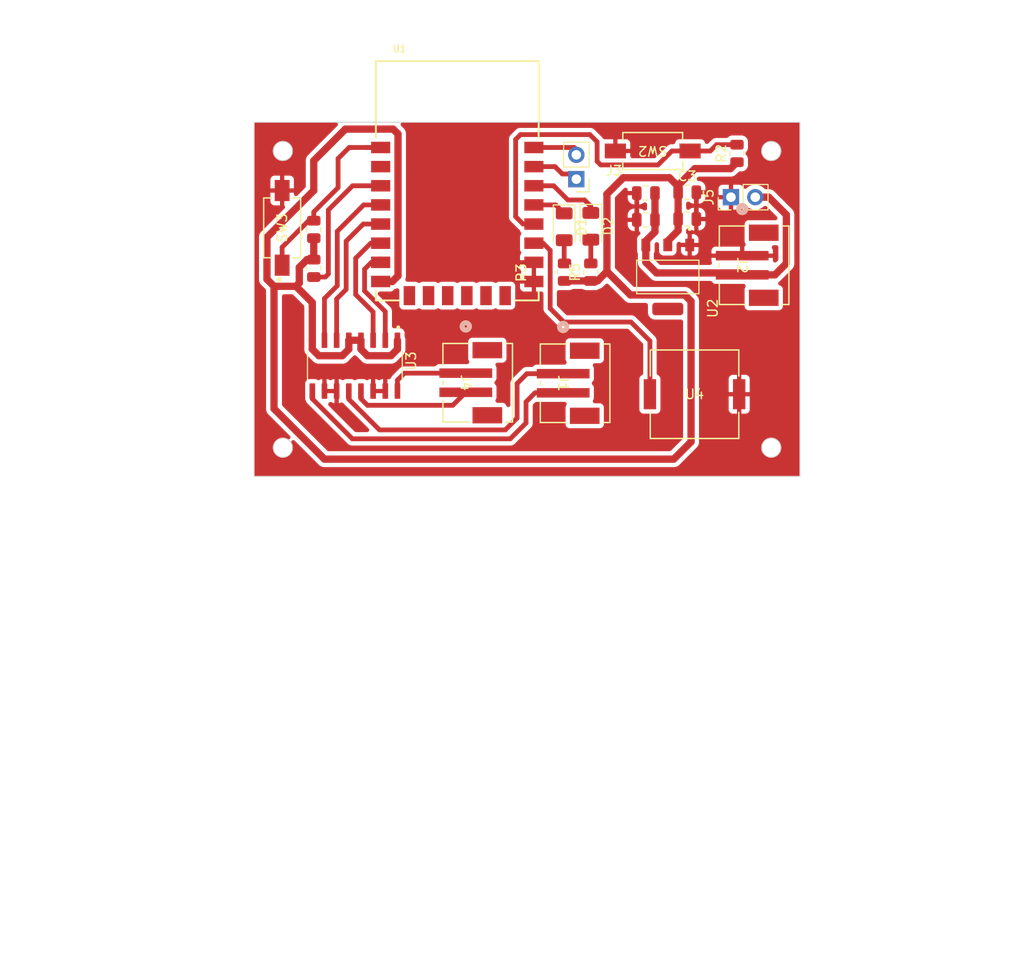
<source format=kicad_pcb>
(kicad_pcb (version 20221018) (generator pcbnew)
  (layers (0 "F.Cu" signal) (31 "B.Cu" signal) (44 "Edge.Cuts" user))
  (net 0 "")
  (net 1 "GND")
  (net 2 "VCC")
  (net 3 "/INL")
  (net 4 "Net-(J3-Pin_2)")
  (net 5 "/boot")
  (net 6 "Net-(U1-EN)")
  (net 14 "/VIN")
  (net 15 "/LED1")
  (net 16 "/RST")
  (net 17 "Net-(D1-A)")
  (net 18 "/LED2")
  (net 19 "Net-(D2-A)")
  (net 20 "/in2")
  (net 21 "/in1")
  (net 22 "/in4")
  (net 23 "/in3")
  (net 24 "/buzzer")
  (net 25 "Net-(U3A-OUTB2)")
  (net 26 "Net-(U3A-OUTA2)")
  (net 27 "Net-(U3A-OUTB1)")
  (net 28 "Net-(U3A-OUTA1)")
  (footprint "Capacitor_SMD:C_0805_2012Metric" (layer "F.Cu") (at 80.9098 32.4015)
    (fp_text reference "C2" hide)
    (fp_text value "C")
    (fp_line (start -0.261252 -0.735) (end 0.261252 -0.735) (stroke (width 0.12)) (layer "F.SilkS"))
    (fp_line (start -0.261252 0.735) (end 0.261252 0.735) (stroke (width 0.12)) (layer "F.SilkS"))
    (pad "1" smd roundrect (at -0.95 0) (size 1 1.45) (layers "F.Cu" "F.Paste" "F.Mask") (net 1 "GND"))
    (pad "2" smd roundrect (at 0.95 0) (size 1 1.45) (layers "F.Cu" "F.Paste" "F.Mask") (net 14 "/VIN"))
  )
  (footprint "esp_lib:ESP-12F" (layer "F.Cu") (at 61.214 31.115)
    (fp_text reference "U1" (at -6.03654 -13.788698) (layer "F.SilkS") (effects (font (size 0.700469 0.700469))))
    (fp_text value "ESP-12F")
    (fp_line (start -8.5 -12.5) (end -8.5 -4.5) (stroke (width 0.2)) (layer "F.SilkS"))
    (fp_line (start -8.5 -12.5) (end 8.5 -12.5) (stroke (width 0.2)) (layer "F.SilkS"))
    (fp_line (start -8.5 11.5) (end -8.5 12.5) (stroke (width 0.2)) (layer "F.SilkS"))
    (fp_line (start -8.5 12.5) (end -6 12.5) (stroke (width 0.2)) (layer "F.SilkS"))
    (fp_line (start 8.5 -12.5) (end 8.5 -4.5) (stroke (width 0.2)) (layer "F.SilkS"))
    (fp_line (start 8.5 12.5) (end 6 12.5) (stroke (width 0.2)) (layer "F.SilkS"))
    (fp_line (start 8.5 12.5) (end 8.5 11.5) (stroke (width 0.2)) (layer "F.SilkS"))
    (pad "1" smd rect (at -8 -3.48) (size 2 1.2) (layers "F.Cu" "F.Paste" "F.Mask") (net 16 "/RST"))
    (pad "2" smd rect (at -8 -1.48) (size 2 1.2) (layers "F.Cu" "F.Paste" "F.Mask"))
    (pad "3" smd rect (at -8 0.52) (size 2 1.2) (layers "F.Cu" "F.Paste" "F.Mask") (net 6 "Net-(U1-EN)"))
    (pad "4" smd rect (at -8 2.52) (size 2 1.2) (layers "F.Cu" "F.Paste" "F.Mask") (net 20 "/in2"))
    (pad "5" smd rect (at -8 4.52) (size 2 1.2) (layers "F.Cu" "F.Paste" "F.Mask") (net 21 "/in1"))
    (pad "6" smd rect (at -8 6.52) (size 2 1.2) (layers "F.Cu" "F.Paste" "F.Mask") (net 22 "/in4"))
    (pad "7" smd rect (at -8 8.52) (size 2 1.2) (layers "F.Cu" "F.Paste" "F.Mask") (net 23 "/in3"))
    (pad "8" smd rect (at -8 10.52) (size 2 1.2) (layers "F.Cu" "F.Paste" "F.Mask") (net 2 "VCC"))
    (pad "9" smd rect (at -5 12 90) (size 2 1.2) (layers "F.Cu" "F.Paste" "F.Mask"))
    (pad "10" smd rect (at -3 12 90) (size 2 1.2) (layers "F.Cu" "F.Paste" "F.Mask"))
    (pad "11" smd rect (at -1 12 90) (size 2 1.2) (layers "F.Cu" "F.Paste" "F.Mask"))
    (pad "12" smd rect (at 1 12 90) (size 2 1.2) (layers "F.Cu" "F.Paste" "F.Mask"))
    (pad "13" smd rect (at 3 12 90) (size 2 1.2) (layers "F.Cu" "F.Paste" "F.Mask"))
    (pad "14" smd rect (at 5 12 90) (size 2 1.2) (layers "F.Cu" "F.Paste" "F.Mask"))
    (pad "15" smd rect (at 8 10.52) (size 2 1.2) (layers "F.Cu" "F.Paste" "F.Mask") (net 1 "GND"))
    (pad "16" smd rect (at 8 8.52) (size 2 1.2) (layers "F.Cu" "F.Paste" "F.Mask") (net 1 "GND"))
    (pad "17" smd rect (at 8 6.52) (size 2 1.2) (layers "F.Cu" "F.Paste" "F.Mask") (net 24 "/buzzer"))
    (pad "18" smd rect (at 8 4.52) (size 2 1.2) (layers "F.Cu" "F.Paste" "F.Mask") (net 5 "/boot"))
    (pad "19" smd rect (at 8 2.52) (size 2 1.2) (layers "F.Cu" "F.Paste" "F.Mask") (net 15 "/LED1"))
    (pad "20" smd rect (at 8 0.52) (size 2 1.2) (layers "F.Cu" "F.Paste" "F.Mask") (net 18 "/LED2"))
    (pad "21" smd rect (at 8 -1.48) (size 2 1.2) (layers "F.Cu" "F.Paste" "F.Mask") (net 3 "/INL"))
    (pad "22" smd rect (at 8 -3.48) (size 2 1.2) (layers "F.Cu" "F.Paste" "F.Mask") (net 4 "Net-(J3-Pin_2)"))
  )
  (footprint "esp_lib:MX1508" (layer "F.Cu") (at 50.5206 50.431 -90)
    (fp_text reference "U3" (at -0.485 -5.872 -90) (layer "F.SilkS"))
    (fp_text value "MX1508")
    (fp_line (start -1.5 -4.95) (end 1.5 -4.95) (stroke (width 0.127)) (layer "F.SilkS"))
    (fp_line (start -1.5 4.95) (end 1.5 4.95) (stroke (width 0.127)) (layer "F.SilkS"))
    (fp_circle (center -4.011 -4.527) (end -3.911 -4.527) (stroke (width 0.2)) (fill none) (layer "F.SilkS"))
    (pad "1" smd roundrect (at -2.655 -4.445 270) (size 1.61 0.59) (layers "F.Cu" "F.Paste" "F.Mask") (roundrect_rratio 0.125) (net 2 "VCC"))
    (pad "2" smd roundrect (at -2.655 -3.175 270) (size 1.61 0.59) (layers "F.Cu" "F.Paste" "F.Mask") (roundrect_rratio 0.125) (net 23 "/in3"))
    (pad "3" smd roundrect (at -2.655 -1.905 270) (size 1.61 0.59) (layers "F.Cu" "F.Paste" "F.Mask") (roundrect_rratio 0.125) (net 22 "/in4"))
    (pad "4" smd roundrect (at -2.655 -0.635 270) (size 1.61 0.59) (layers "F.Cu" "F.Paste" "F.Mask") (roundrect_rratio 0.125) (net 2 "VCC"))
    (pad "5" smd roundrect (at -2.655 0.635 270) (size 1.61 0.59) (layers "F.Cu" "F.Paste" "F.Mask") (roundrect_rratio 0.125) (net 2 "VCC"))
    (pad "6" smd roundrect (at -2.655 1.905 270) (size 1.61 0.59) (layers "F.Cu" "F.Paste" "F.Mask") (roundrect_rratio 0.125) (net 21 "/in1"))
    (pad "7" smd roundrect (at -2.655 3.175 270) (size 1.61 0.59) (layers "F.Cu" "F.Paste" "F.Mask") (roundrect_rratio 0.125) (net 20 "/in2"))
    (pad "8" smd roundrect (at -2.655 4.445 270) (size 1.61 0.59) (layers "F.Cu" "F.Paste" "F.Mask") (roundrect_rratio 0.125) (net 2 "VCC"))
    (pad "9" smd roundrect (at 2.655 4.445 270) (size 1.61 0.59) (layers "F.Cu" "F.Paste" "F.Mask") (roundrect_rratio 0.125) (net 25 "Net-(U3A-OUTB2)"))
    (pad "10" smd roundrect (at 2.655 3.175 270) (size 1.61 0.59) (layers "F.Cu" "F.Paste" "F.Mask") (roundrect_rratio 0.125) (net 1 "GND"))
    (pad "11" smd roundrect (at 2.655 1.905 270) (size 1.61 0.59) (layers "F.Cu" "F.Paste" "F.Mask") (roundrect_rratio 0.125) (net 1 "GND"))
    (pad "12" smd roundrect (at 2.655 0.635 270) (size 1.61 0.59) (layers "F.Cu" "F.Paste" "F.Mask") (roundrect_rratio 0.125) (net 26 "Net-(U3A-OUTA2)"))
    (pad "13" smd roundrect (at 2.655 -0.635 270) (size 1.61 0.59) (layers "F.Cu" "F.Paste" "F.Mask") (roundrect_rratio 0.125) (net 27 "Net-(U3A-OUTB1)"))
    (pad "14" smd roundrect (at 2.655 -1.905 270) (size 1.61 0.59) (layers "F.Cu" "F.Paste" "F.Mask") (roundrect_rratio 0.125) (net 1 "GND"))
    (pad "15" smd roundrect (at 2.655 -3.175 270) (size 1.61 0.59) (layers "F.Cu" "F.Paste" "F.Mask") (roundrect_rratio 0.125) (net 1 "GND"))
    (pad "16" smd roundrect (at 2.655 -4.445 270) (size 1.61 0.59) (layers "F.Cu" "F.Paste" "F.Mask") (roundrect_rratio 0.125) (net 28 "Net-(U3A-OUTA1)"))
  )
  (footprint "esp_lib:RS-282G05A3-SM RT_CNK" (layer "F.Cu") (at 42.926 36.031698 90)
    (fp_text reference "SW3" (at 0 0 90 unlocked) (layer "F.SilkS"))
    (fp_text value "RS-282G05A3-SM RT")
    (fp_text user "*" (at -5.3866 0 90 unlocked) (layer "F.SilkS"))
    (fp_text user "*" (at -5.3866 0 90) (layer "F.SilkS"))
    (fp_line (start -3.1242 -1.9304) (end -3.1242 -1.10744) (stroke (width 0.1524)) (layer "F.SilkS"))
    (fp_line (start -3.1242 1.10744) (end -3.1242 1.9304) (stroke (width 0.1524)) (layer "F.SilkS"))
    (fp_line (start -3.1242 1.9304) (end 3.1242 1.9304) (stroke (width 0.1524)) (layer "F.SilkS"))
    (fp_line (start 3.1242 -1.9304) (end -3.1242 -1.9304) (stroke (width 0.1524)) (layer "F.SilkS"))
    (fp_line (start 3.1242 -1.10744) (end 3.1242 -1.9304) (stroke (width 0.1524)) (layer "F.SilkS"))
    (fp_line (start 3.1242 1.9304) (end 3.1242 1.10744) (stroke (width 0.1524)) (layer "F.SilkS"))
    (pad "1" smd rect (at -3.900698 0 90) (size 2.2098 1.5494) (layers "F.Cu" "F.Paste" "F.Mask") (net 16 "/RST"))
    (pad "2" smd rect (at 3.900698 0 90) (size 2.2098 1.5494) (layers "F.Cu" "F.Paste" "F.Mask") (net 1 "GND"))
  )
  (footprint "Resistor_SMD:R_0805_2012Metric" (layer "F.Cu") (at 90.424 28.256 90)
    (fp_text reference "R2" (at 0 -1.65 90) (layer "F.SilkS"))
    (fp_text value "R")
    (fp_line (start -0.227064 -0.735) (end 0.227064 -0.735) (stroke (width 0.12)) (layer "F.SilkS"))
    (fp_line (start -0.227064 0.735) (end 0.227064 0.735) (stroke (width 0.12)) (layer "F.SilkS"))
    (pad "1" smd roundrect (at -0.9125 0 90) (size 1.025 1.4) (layers "F.Cu" "F.Paste" "F.Mask") (roundrect_rratio 0.243902439) (net 2 "VCC"))
    (pad "2" smd roundrect (at 0.9125 0 90) (size 1.025 1.4) (layers "F.Cu" "F.Paste" "F.Mask") (roundrect_rratio 0.243902439) (net 5 "/boot"))
  )
  (footprint "esp_lib:B2B-PH-SM4-TBLFSN_JST" (layer "F.Cu") (at 63.347801 52.212999 -90)
    (fp_text reference "J4" (at 0 1.244801 -90 unlocked) (layer "F.SilkS"))
    (fp_text value "B2B-PH-SM4-TBLFSN")
    (fp_circle (center -5.8801 1.244801) (end -5.4991 1.244801) (stroke (width 0.508)) (fill none) (layer "B.SilkS"))
    (fp_line (start -4.1021 -3.6322) (end -4.1021 -2.88734) (stroke (width 0.1524)) (layer "F.SilkS"))
    (fp_line (start -4.1021 0.87694) (end -4.1021 3.6322) (stroke (width 0.1524)) (layer "F.SilkS"))
    (fp_line (start -4.1021 3.6322) (end -1.828041 3.6322) (stroke (width 0.1524)) (layer "F.SilkS"))
    (fp_line (start -0.171961 3.6322) (end 0.171961 3.6322) (stroke (width 0.1524)) (layer "F.SilkS"))
    (fp_line (start 1.828041 3.6322) (end 4.1021 3.6322) (stroke (width 0.1524)) (layer "F.SilkS"))
    (fp_line (start 4.1021 -3.6322) (end -4.1021 -3.6322) (stroke (width 0.1524)) (layer "F.SilkS"))
    (fp_line (start 4.1021 -2.88734) (end 4.1021 -3.6322) (stroke (width 0.1524)) (layer "F.SilkS"))
    (fp_line (start 4.1021 3.6322) (end 4.1021 0.87694) (stroke (width 0.1524)) (layer "F.SilkS"))
    (fp_circle (center -5.8801 1.244801) (end -5.4991 1.244801) (stroke (width 0.508)) (fill none) (layer "F.SilkS"))
    (pad "1" smd rect (at -1.000001 1.244801 270) (size 0.9906 5.5118) (layers "F.Cu" "F.Paste" "F.Mask") (net 28 "Net-(U3A-OUTA1)"))
    (pad "2" smd rect (at 1.000001 1.244801 270) (size 0.9906 5.5118) (layers "F.Cu" "F.Paste" "F.Mask") (net 27 "Net-(U3A-OUTB1)"))
    (pad "3" smd rect (at -3.399998 -1.0052) (size 3.0988 1.7018) (layers "F.Cu" "F.Paste" "F.Mask"))
    (pad "4" smd rect (at 3.399998 -1.0052) (size 3.0988 1.7018) (layers "F.Cu" "F.Paste" "F.Mask"))
  )
  (footprint "Connector_PinHeader_2.54mm:PinHeader_1x02_P2.54mm_Vertical" (layer "F.Cu") (at 89.7948 32.828 90)
    (fp_text reference "J5" (at 0 -2.33 90) (layer "F.SilkS"))
    (fp_text value "Conn_01x02_Pin")
    (fp_line (start -1.33 -1.33) (end 0 -1.33) (stroke (width 0.12)) (layer "F.SilkS"))
    (fp_line (start -1.33 0) (end -1.33 -1.33) (stroke (width 0.12)) (layer "F.SilkS"))
    (fp_line (start -1.33 1.27) (end -1.33 3.87) (stroke (width 0.12)) (layer "F.SilkS"))
    (fp_line (start -1.33 1.27) (end 1.33 1.27) (stroke (width 0.12)) (layer "F.SilkS"))
    (fp_line (start -1.33 3.87) (end 1.33 3.87) (stroke (width 0.12)) (layer "F.SilkS"))
    (fp_line (start 1.33 1.27) (end 1.33 3.87) (stroke (width 0.12)) (layer "F.SilkS"))
    (pad "1" thru_hole rect (at 0 0 90) (size 1.7 1.7) (drill 1) (layers "*.Cu" "*.Mask") (net 1 "GND"))
    (pad "2" thru_hole oval (at 0 2.54 90) (size 1.7 1.7) (drill 1) (layers "*.Cu" "*.Mask") (net 14 "/VIN"))
  )
  (footprint "Resistor_SMD:R_0805_2012Metric" (layer "F.Cu") (at 46.228 36.195 -90)
    (fp_text reference "R1" hide)
    (fp_text value "R" hide)
    (fp_line (start -0.227064 -0.735) (end 0.227064 -0.735) (stroke (width 0.12)) (layer "F.SilkS"))
    (fp_line (start -0.227064 0.735) (end 0.227064 0.735) (stroke (width 0.12)) (layer "F.SilkS"))
    (pad "1" smd roundrect (at -0.9125 0 270) (size 1.025 1.4) (layers "F.Cu" "F.Paste" "F.Mask") (roundrect_rratio 0.243902439) (net 16 "/RST"))
    (pad "2" smd roundrect (at 0.9125 0 270) (size 1.025 1.4) (layers "F.Cu" "F.Paste" "F.Mask") (roundrect_rratio 0.243902439) (net 2 "VCC"))
  )
  (footprint "LED_SMD:LED_1206_3216Metric" (layer "F.Cu") (at 72.3775 35.921 -90)
    (fp_text reference "D1" (at 0 -1.82 90) (layer "F.SilkS"))
    (fp_text value "LED")
    (fp_line (start -2.285 -1.135) (end -2.285 1.135) (stroke (width 0.12)) (layer "F.SilkS"))
    (fp_line (start -2.285 1.135) (end 1.6 1.135) (stroke (width 0.12)) (layer "F.SilkS"))
    (fp_line (start 1.6 -1.135) (end -2.285 -1.135) (stroke (width 0.12)) (layer "F.SilkS"))
    (pad "1" smd roundrect (at -1.4 0 270) (size 1.25 1.75) (layers "F.Cu" "F.Paste" "F.Mask") (roundrect_rratio 0.2) (net 15 "/LED1"))
    (pad "2" smd roundrect (at 1.4 0 270) (size 1.25 1.75) (layers "F.Cu" "F.Paste" "F.Mask") (roundrect_rratio 0.2) (net 17 "Net-(D1-A)"))
  )
  (footprint "Resistor_SMD:R_0805_2012Metric" (layer "F.Cu") (at 72.4154 40.6635 -90)
    (fp_text reference "R3" (at 0.0532 4.5211 90) (layer "F.SilkS"))
    (fp_text value "R")
    (fp_line (start -0.227064 -0.735) (end 0.227064 -0.735) (stroke (width 0.12)) (layer "F.SilkS"))
    (fp_line (start -0.227064 0.735) (end 0.227064 0.735) (stroke (width 0.12)) (layer "F.SilkS"))
    (pad "1" smd roundrect (at -0.9125 0 270) (size 1.025 1.4) (layers "F.Cu" "F.Paste" "F.Mask") (roundrect_rratio 0.243902) (net 17 "Net-(D1-A)"))
    (pad "2" smd roundrect (at 0.9125 0 270) (size 1.025 1.4) (layers "F.Cu" "F.Paste" "F.Mask") (roundrect_rratio 0.243902) (net 2 "VCC"))
  )
  (footprint "Capacitor_SMD:C_0805_2012Metric" (layer "F.Cu") (at 85.2278 32.32)
    (fp_text reference "C3" (at 0 -1.68) (layer "F.SilkS"))
    (fp_text value "C")
    (fp_line (start -0.261252 -0.735) (end 0.261252 -0.735) (stroke (width 0.12)) (layer "F.SilkS"))
    (fp_line (start -0.261252 0.735) (end 0.261252 0.735) (stroke (width 0.12)) (layer "F.SilkS"))
    (pad "1" smd roundrect (at -0.95 0) (size 1 1.45) (layers "F.Cu" "F.Paste" "F.Mask") (net 2 "VCC"))
    (pad "2" smd roundrect (at 0.95 0) (size 1 1.45) (layers "F.Cu" "F.Paste" "F.Mask") (net 1 "GND"))
  )
  (footprint "esp_lib:SOT229P700X180-4N" (layer "F.Cu") (at 83.1958 41.1645 -90)
    (fp_text reference "U2" (at 3.2755 -4.695 90) (layer "F.SilkS"))
    (fp_text value "AMS1117-3.3" hide)
    (fp_line (start -1.7525 -3.2525) (end 1.7525 -3.2525) (stroke (width 0.127)) (layer "F.SilkS"))
    (fp_line (start -1.7525 3.2525) (end -1.7525 -3.2525) (stroke (width 0.127)) (layer "F.SilkS"))
    (fp_line (start 1.7525 -3.2525) (end 1.7525 3.2525) (stroke (width 0.127)) (layer "F.SilkS"))
    (fp_line (start 1.7525 3.2525) (end -1.7525 3.2525) (stroke (width 0.127)) (layer "F.SilkS"))
    (fp_circle (center -5 -2.29) (end -4.9 -2.29) (stroke (width 0.2)) (fill none) (layer "F.SilkS"))
    (pad "1" smd roundrect (at -3.345 -2.29 270) (size 1.31 0.93) (layers "F.Cu" "F.Paste" "F.Mask") (roundrect_rratio 0.07) (net 1 "GND"))
    (pad "2" smd roundrect (at -3.345 0 270) (size 1.31 0.93) (layers "F.Cu" "F.Paste" "F.Mask") (roundrect_rratio 0.07) (net 2 "VCC"))
    (pad "3" smd roundrect (at -3.345 2.29 270) (size 1.31 0.93) (layers "F.Cu" "F.Paste" "F.Mask") (roundrect_rratio 0.07) (net 14 "/VIN"))
    (pad "4" smd roundrect (at 3.345 0 270) (size 1.31 3.24) (layers "F.Cu" "F.Paste" "F.Mask") (roundrect_rratio 0.24))
  )
  (footprint "esp_lib:SM_CPT_9X9_CUD" (layer "F.Cu") (at 85.9917 53.4162)
    (fp_text reference "U4" (at 0 0 unlocked) (layer "F.SilkS"))
    (fp_text value "CPT-9019S-SMT-TR")
    (fp_line (start -4.6228 -4.6228) (end -4.6228 -1.90754) (stroke (width 0.1524)) (layer "F.SilkS"))
    (fp_line (start -4.6228 1.90754) (end -4.6228 4.6228) (stroke (width 0.1524)) (layer "F.SilkS"))
    (fp_line (start -4.6228 4.6228) (end 4.6228 4.6228) (stroke (width 0.1524)) (layer "F.SilkS"))
    (fp_line (start 4.6228 -4.6228) (end -4.6228 -4.6228) (stroke (width 0.1524)) (layer "F.SilkS"))
    (fp_line (start 4.6228 -1.90754) (end 4.6228 -4.6228) (stroke (width 0.1524)) (layer "F.SilkS"))
    (fp_line (start 4.6228 4.6228) (end 4.6228 1.90754) (stroke (width 0.1524)) (layer "F.SilkS"))
    (pad "1" smd rect (at -4.6609 0) (size 1.2954 3.1496) (layers "F.Cu" "F.Paste" "F.Mask") (net 24 "/buzzer"))
    (pad "2" smd rect (at 4.6609 0) (size 1.2954 3.1496) (layers "F.Cu" "F.Paste" "F.Mask") (net 1 "GND"))
  )
  (footprint "LED_SMD:LED_1206_3216Metric" (layer "F.Cu") (at 75.1586 35.8678 -90)
    (fp_text reference "D2" (at 0 -1.82 90) (layer "F.SilkS"))
    (fp_text value "LED")
    (fp_line (start -2.285 -1.135) (end -2.285 1.135) (stroke (width 0.12)) (layer "F.SilkS"))
    (fp_line (start -2.285 1.135) (end 1.6 1.135) (stroke (width 0.12)) (layer "F.SilkS"))
    (fp_line (start 1.6 -1.135) (end -2.285 -1.135) (stroke (width 0.12)) (layer "F.SilkS"))
    (pad "1" smd roundrect (at -1.4 0 270) (size 1.25 1.75) (layers "F.Cu" "F.Paste" "F.Mask") (roundrect_rratio 0.2) (net 18 "/LED2"))
    (pad "2" smd roundrect (at 1.4 0 270) (size 1.25 1.75) (layers "F.Cu" "F.Paste" "F.Mask") (roundrect_rratio 0.2) (net 19 "Net-(D2-A)"))
  )
  (footprint "Capacitor_SMD:C_0805_2012Metric" (layer "F.Cu") (at 85.2278 35.114)
    (fp_text reference "C4" hide)
    (fp_text value "C")
    (fp_line (start -0.261252 -0.735) (end 0.261252 -0.735) (stroke (width 0.12)) (layer "F.SilkS"))
    (fp_line (start -0.261252 0.735) (end 0.261252 0.735) (stroke (width 0.12)) (layer "F.SilkS"))
    (pad "1" smd roundrect (at -0.95 0) (size 1 1.45) (layers "F.Cu" "F.Paste" "F.Mask") (net 2 "VCC"))
    (pad "2" smd roundrect (at 0.95 0) (size 1 1.45) (layers "F.Cu" "F.Paste" "F.Mask") (net 1 "GND"))
  )
  (footprint "Resistor_SMD:R_0805_2012Metric" (layer "F.Cu") (at 75.1586 40.6635 90)
    (fp_text reference "R5" (at 0 -1.65 90) (layer "F.SilkS"))
    (fp_text value "R")
    (fp_line (start -0.227064 -0.735) (end 0.227064 -0.735) (stroke (width 0.12)) (layer "F.SilkS"))
    (fp_line (start -0.227064 0.735) (end 0.227064 0.735) (stroke (width 0.12)) (layer "F.SilkS"))
    (pad "1" smd roundrect (at -0.9125 0 90) (size 1.025 1.4) (layers "F.Cu" "F.Paste" "F.Mask") (roundrect_rratio 0.243902) (net 2 "VCC"))
    (pad "2" smd roundrect (at 0.9125 0 90) (size 1.025 1.4) (layers "F.Cu" "F.Paste" "F.Mask") (roundrect_rratio 0.243902) (net 19 "Net-(D2-A)"))
  )
  (footprint "esp_lib:B2B-PH-SM4-TBLFSN_JST" (layer "F.Cu") (at 92.2128 39.94 -90)
    (fp_text reference "J2" (at 0 1.244801 -90 unlocked) (layer "F.SilkS"))
    (fp_text value "B2B-PH-SM4-TBLFSN")
    (fp_circle (center -5.8801 1.244801) (end -5.4991 1.244801) (stroke (width 0.508)) (fill none) (layer "B.SilkS"))
    (fp_line (start -4.1021 -3.6322) (end -4.1021 -2.88734) (stroke (width 0.1524)) (layer "F.SilkS"))
    (fp_line (start -4.1021 0.87694) (end -4.1021 3.6322) (stroke (width 0.1524)) (layer "F.SilkS"))
    (fp_line (start -4.1021 3.6322) (end -1.828041 3.6322) (stroke (width 0.1524)) (layer "F.SilkS"))
    (fp_line (start -0.171961 3.6322) (end 0.171961 3.6322) (stroke (width 0.1524)) (layer "F.SilkS"))
    (fp_line (start 1.828041 3.6322) (end 4.1021 3.6322) (stroke (width 0.1524)) (layer "F.SilkS"))
    (fp_line (start 4.1021 -3.6322) (end -4.1021 -3.6322) (stroke (width 0.1524)) (layer "F.SilkS"))
    (fp_line (start 4.1021 -2.88734) (end 4.1021 -3.6322) (stroke (width 0.1524)) (layer "F.SilkS"))
    (fp_line (start 4.1021 3.6322) (end 4.1021 0.87694) (stroke (width 0.1524)) (layer "F.SilkS"))
    (fp_circle (center -5.8801 1.244801) (end -5.4991 1.244801) (stroke (width 0.508)) (fill none) (layer "F.SilkS"))
    (pad "1" smd rect (at -1.000001 1.244801 270) (size 0.9906 5.5118) (layers "F.Cu" "F.Paste" "F.Mask") (net 1 "GND"))
    (pad "2" smd rect (at 1.000001 1.244801 270) (size 0.9906 5.5118) (layers "F.Cu" "F.Paste" "F.Mask") (net 14 "/VIN"))
    (pad "3" smd rect (at -3.399998 -1.0052) (size 3.0988 1.7018) (layers "F.Cu" "F.Paste" "F.Mask"))
    (pad "4" smd rect (at 3.399998 -1.0052) (size 3.0988 1.7018) (layers "F.Cu" "F.Paste" "F.Mask"))
  )
  (footprint "Capacitor_SMD:C_0805_2012Metric" (layer "F.Cu") (at 80.9098 35.1955)
    (fp_text reference "C1" hide)
    (fp_text value "C")
    (fp_line (start -0.261252 -0.735) (end 0.261252 -0.735) (stroke (width 0.12)) (layer "F.SilkS"))
    (fp_line (start -0.261252 0.735) (end 0.261252 0.735) (stroke (width 0.12)) (layer "F.SilkS"))
    (pad "1" smd roundrect (at -0.95 0) (size 1 1.45) (layers "F.Cu" "F.Paste" "F.Mask") (net 1 "GND"))
    (pad "2" smd roundrect (at 0.95 0) (size 1 1.45) (layers "F.Cu" "F.Paste" "F.Mask") (net 14 "/VIN"))
  )
  (footprint "esp_lib:B2B-PH-SM4-TBLFSN_JST" (layer "F.Cu") (at 73.5184 52.269598 -90)
    (fp_text reference "J1" (at 0 1.244801 -90 unlocked) (layer "F.SilkS"))
    (fp_text value "B2B-PH-SM4-TBLFSN" hide)
    (fp_circle (center -5.8801 1.244801) (end -5.4991 1.244801) (stroke (width 0.508)) (fill none) (layer "B.SilkS"))
    (fp_line (start -4.1021 -3.6322) (end -4.1021 -2.88734) (stroke (width 0.1524)) (layer "F.SilkS"))
    (fp_line (start -4.1021 0.87694) (end -4.1021 3.6322) (stroke (width 0.1524)) (layer "F.SilkS"))
    (fp_line (start -4.1021 3.6322) (end -1.828041 3.6322) (stroke (width 0.1524)) (layer "F.SilkS"))
    (fp_line (start -0.171961 3.6322) (end 0.171961 3.6322) (stroke (width 0.1524)) (layer "F.SilkS"))
    (fp_line (start 1.828041 3.6322) (end 4.1021 3.6322) (stroke (width 0.1524)) (layer "F.SilkS"))
    (fp_line (start 4.1021 -3.6322) (end -4.1021 -3.6322) (stroke (width 0.1524)) (layer "F.SilkS"))
    (fp_line (start 4.1021 -2.88734) (end 4.1021 -3.6322) (stroke (width 0.1524)) (layer "F.SilkS"))
    (fp_line (start 4.1021 3.6322) (end 4.1021 0.87694) (stroke (width 0.1524)) (layer "F.SilkS"))
    (fp_circle (center -5.8801 1.244801) (end -5.4991 1.244801) (stroke (width 0.508)) (fill none) (layer "F.SilkS"))
    (pad "1" smd rect (at -1.000001 1.244801 270) (size 0.9906 5.5118) (layers "F.Cu" "F.Paste" "F.Mask") (net 26 "Net-(U3A-OUTA2)"))
    (pad "2" smd rect (at 1.000001 1.244801 270) (size 0.9906 5.5118) (layers "F.Cu" "F.Paste" "F.Mask") (net 25 "Net-(U3A-OUTB2)"))
    (pad "3" smd rect (at -3.399998 -1.0052) (size 3.0988 1.7018) (layers "F.Cu" "F.Paste" "F.Mask"))
    (pad "4" smd rect (at 3.399998 -1.0052) (size 3.0988 1.7018) (layers "F.Cu" "F.Paste" "F.Mask"))
  )
  (footprint "Resistor_SMD:R_0805_2012Metric" (layer "F.Cu") (at 46.228 40.259 90)
    (fp_text reference "R4" hide)
    (fp_text value "R" hide)
    (fp_line (start -0.227064 -0.735) (end 0.227064 -0.735) (stroke (width 0.12)) (layer "F.SilkS"))
    (fp_line (start -0.227064 0.735) (end 0.227064 0.735) (stroke (width 0.12)) (layer "F.SilkS"))
    (pad "1" smd roundrect (at -0.9125 0 90) (size 1.025 1.4) (layers "F.Cu" "F.Paste" "F.Mask") (roundrect_rratio 0.243902439) (net 6 "Net-(U1-EN)"))
    (pad "2" smd roundrect (at 0.9125 0 90) (size 1.025 1.4) (layers "F.Cu" "F.Paste" "F.Mask") (roundrect_rratio 0.243902439) (net 2 "VCC"))
  )
  (footprint "esp_lib:RS-282G05A3-SM RT_CNK" (layer "F.Cu") (at 81.624698 28.002 180)
    (fp_text reference "SW2" (at 0 0 180 unlocked) (layer "F.SilkS"))
    (fp_text value "RS-282G05A3-SM RT")
    (fp_line (start -3.1242 -1.9304) (end -3.1242 -1.10744) (stroke (width 0.1524)) (layer "F.SilkS"))
    (fp_line (start -3.1242 1.10744) (end -3.1242 1.9304) (stroke (width 0.1524)) (layer "F.SilkS"))
    (fp_line (start -3.1242 1.9304) (end 3.1242 1.9304) (stroke (width 0.1524)) (layer "F.SilkS"))
    (fp_line (start 3.1242 -1.9304) (end -3.1242 -1.9304) (stroke (width 0.1524)) (layer "F.SilkS"))
    (fp_line (start 3.1242 -1.10744) (end 3.1242 -1.9304) (stroke (width 0.1524)) (layer "F.SilkS"))
    (fp_line (start 3.1242 1.9304) (end 3.1242 1.10744) (stroke (width 0.1524)) (layer "F.SilkS"))
    (pad "1" smd rect (at -3.900698 0 180) (size 2.2098 1.5494) (layers "F.Cu" "F.Paste" "F.Mask") (net 5 "/boot"))
    (pad "2" smd rect (at 3.900698 0 180) (size 2.2098 1.5494) (layers "F.Cu" "F.Paste" "F.Mask") (net 1 "GND"))
  )
  (footprint "Connector_PinHeader_2.54mm:PinHeader_1x02_P2.54mm_Vertical" (layer "F.Cu") (at 73.647968 30.944 180)
    (fp_text reference "J3" (at -3.937 0.889 180) (layer "F.SilkS"))
    (fp_text value "Conn_01x02_Pin" hide)
    (fp_line (start -1.33 -1.33) (end 0 -1.33) (stroke (width 0.12)) (layer "F.SilkS"))
    (fp_line (start -1.33 0) (end -1.33 -1.33) (stroke (width 0.12)) (layer "F.SilkS"))
    (fp_line (start -1.33 1.27) (end -1.33 3.87) (stroke (width 0.12)) (layer "F.SilkS"))
    (fp_line (start -1.33 1.27) (end 1.33 1.27) (stroke (width 0.12)) (layer "F.SilkS"))
    (fp_line (start -1.33 3.87) (end 1.33 3.87) (stroke (width 0.12)) (layer "F.SilkS"))
    (fp_line (start 1.33 1.27) (end 1.33 3.87) (stroke (width 0.12)) (layer "F.SilkS"))
    (pad "1" thru_hole rect (at 0 0 180) (size 1.7 1.7) (drill 1) (layers "*.Cu" "*.Mask") (net 3 "/INL"))
    (pad "2" thru_hole oval (at 0 2.54 180) (size 1.7 1.7) (drill 1) (layers "*.Cu" "*.Mask") (net 4 "Net-(J3-Pin_2)"))
  )
  (gr_circle (center 43 28) (end 44 28) (stroke (width 0.1)) (fill none) (layer "Edge.Cuts"))
  (gr_circle (center 94 59) (end 95 59) (stroke (width 0.1)) (fill none) (layer "Edge.Cuts"))
  (gr_circle (center 94 28) (end 95 28) (stroke (width 0.1)) (fill none) (layer "Edge.Cuts"))
  (gr_circle (center 43 59) (end 44 59) (stroke (width 0.1)) (fill none) (layer "Edge.Cuts"))
  (gr_rect (start 40 25) (end 97 62) (stroke (width 0.1)) (fill none) (layer "Edge.Cuts"))
  (segment (start 79.9598 32.4015) (end 79.9598 35.1955) (width 0.5) (layer "F.Cu") (net 1))
  (segment (start 86.1778 32.32) (end 86.1778 35.114) (width 0.5) (layer "F.Cu") (net 1))
  (segment (start 46.228 37.3615) (end 46.228 39.0925) (width 0.762) (layer "F.Cu") (net 2))
  (segment (start 79.2981 43.0435) (end 84.967556 43.0435) (width 0.762) (layer "F.Cu") (net 2))
  (segment (start 46.228 32.131) (end 41.3403 37.0187) (width 0.762) (layer "F.Cu") (net 2))
  (segment (start 76.8446 40.59) (end 75.8586 41.576) (width 0.762) (layer "F.Cu") (net 2))
  (segment (start 86.0278 29.845) (end 89.7475 29.845) (width 0.762) (layer "F.Cu") (net 2))
  (segment (start 76.835 32.512) (end 76.8446 32.5216) (width 0.762) (layer "F.Cu") (net 2))
  (segment (start 46.0756 48.71177) (end 46.75583 49.392) (width 0.762) (layer "F.Cu") (net 2))
  (segment (start 47.3456 60.198) (end 42.0769 54.9293) (width 0.762) (layer "F.Cu") (net 2))
  (segment (start 46.228 39.3465) (end 45.528 39.3465) (width 0.762) (layer "F.Cu") (net 2))
  (segment (start 84.2778 36.318) (end 84.2778 35.114) (width 0.762) (layer "F.Cu") (net 2))
  (segment (start 89.7475 29.845) (end 90.424 29.1685) (width 0.762) (layer "F.Cu") (net 2))
  (segment (start 49.20537 49.392) (end 49.8856 48.71177) (width 0.762) (layer "F.Cu") (net 2))
  (segment (start 46.482 37.1075) (end 46.228 37.3615) (width 0.762) (layer "F.Cu") (net 2))
  (segment (start 83.1958 37.4) (end 84.2778 36.318) (width 0.762) (layer "F.Cu") (net 2))
  (segment (start 75.1586 41.576) (end 72.4154 41.576) (width 0.762) (layer "F.Cu") (net 2))
  (segment (start 83.1958 37.8195) (end 83.1958 37.4) (width 0.762) (layer "F.Cu") (net 2))
  (segment (start 51.1556 47.776) (end 51.1556 48.71177) (width 0.762) (layer "F.Cu") (net 2))
  (segment (start 76.8446 40.59) (end 79.2981 43.0435) (width 0.762) (layer "F.Cu") (net 2))
  (segment (start 85.6268 43.702744) (end 85.6268 58.3912) (width 0.762) (layer "F.Cu") (net 2))
  (segment (start 54.28537 49.392) (end 54.9656 48.71177) (width 0.762) (layer "F.Cu") (net 2))
  (segment (start 54.517 25.716) (end 49.53 25.716) (width 0.762) (layer "F.Cu") (net 2))
  (segment (start 76.8446 32.5216) (end 76.8446 40.59) (width 0.762) (layer "F.Cu") (net 2))
  (segment (start 42.0769 54.9293) (end 42.0769 42.1386) (width 0.762) (layer "F.Cu") (net 2))
  (segment (start 78.551 30.796) (end 76.835 32.512) (width 0.762) (layer "F.Cu") (net 2))
  (segment (start 46.228 29.018) (end 46.228 32.131) (width 0.762) (layer "F.Cu") (net 2))
  (segment (start 84.2778 32.32) (end 84.2778 31.595) (width 0.762) (layer "F.Cu") (net 2))
  (segment (start 54.436 41.635) (end 55.025 41.046) (width 0.762) (layer "F.Cu") (net 2))
  (segment (start 54.9656 48.71177) (end 54.9656 47.776) (width 0.762) (layer "F.Cu") (net 2))
  (segment (start 84.2778 31.595) (end 86.0278 29.845) (width 0.762) (layer "F.Cu") (net 2))
  (segment (start 44.717 40.1575) (end 44.717 41.7954) (width 0.762) (layer "F.Cu") (net 2))
  (segment (start 45.528 39.3465) (end 44.717 40.1575) (width 0.762) (layer "F.Cu") (net 2))
  (segment (start 46.0756 47.776) (end 46.0756 48.71177) (width 0.762) (layer "F.Cu") (net 2))
  (segment (start 53.214 41.635) (end 54.436 41.635) (width 0.762) (layer "F.Cu") (net 2))
  (segment (start 83.374 30.796) (end 78.551 30.796) (width 0.762) (layer "F.Cu") (net 2))
  (segment (start 44.717 41.7954) (end 44.3738 42.1386) (width 0.762) (layer "F.Cu") (net 2))
  (segment (start 84.2778 32.32) (end 84.2778 31.6998) (width 0.762) (layer "F.Cu") (net 2))
  (segment (start 75.8586 41.576) (end 75.1586 41.576) (width 0.762) (layer "F.Cu") (net 2))
  (segment (start 49.8856 47.776) (end 51.1556 47.776) (width 0.762) (layer "F.Cu") (net 2))
  (segment (start 46.75583 49.392) (end 49.20537 49.392) (width 0.762) (layer "F.Cu") (net 2))
  (segment (start 42.0769 42.1386) (end 41.3403 41.402) (width 0.762) (layer "F.Cu") (net 2))
  (segment (start 55.025 26.224) (end 54.517 25.716) (width 0.762) (layer "F.Cu") (net 2))
  (segment (start 49.53 25.716) (end 46.228 29.018) (width 0.762) (layer "F.Cu") (net 2))
  (segment (start 49.8856 48.71177) (end 49.8856 47.776) (width 0.762) (layer "F.Cu") (net 2))
  (segment (start 55.025 41.046) (end 55.025 26.224) (width 0.762) (layer "F.Cu") (net 2))
  (segment (start 84.2778 31.6998) (end 83.374 30.796) (width 0.762) (layer "F.Cu") (net 2))
  (segment (start 51.1556 48.71177) (end 51.83583 49.392) (width 0.762) (layer "F.Cu") (net 2))
  (segment (start 85.6268 58.3912) (end 83.82 60.198) (width 0.762) (layer "F.Cu") (net 2))
  (segment (start 46.228 39.0925) (end 46.482 39.3465) (width 0.762) (layer "F.Cu") (net 2))
  (segment (start 44.3738 42.1386) (end 42.0769 42.1386) (width 0.762) (layer "F.Cu") (net 2))
  (segment (start 46.0756 43.8404) (end 46.0756 47.776) (width 0.762) (layer "F.Cu") (net 2))
  (segment (start 41.3403 37.0187) (end 41.3403 41.402) (width 0.762) (layer "F.Cu") (net 2))
  (segment (start 83.82 60.198) (end 47.3456 60.198) (width 0.762) (layer "F.Cu") (net 2))
  (segment (start 84.2778 32.32) (end 84.2778 35.114) (width 0.762) (layer "F.Cu") (net 2))
  (segment (start 51.83583 49.392) (end 54.28537 49.392) (width 0.762) (layer "F.Cu") (net 2))
  (segment (start 44.3738 42.1386) (end 46.0756 43.8404) (width 0.762) (layer "F.Cu") (net 2))
  (segment (start 84.967556 43.0435) (end 85.6268 43.702744) (width 0.762) (layer "F.Cu") (net 2))
  (segment (start 71.418 29.635) (end 72.187 30.404) (width 0.5) (layer "F.Cu") (net 3))
  (segment (start 72.187 30.404) (end 73.66 30.404) (width 0.5) (layer "F.Cu") (net 3))
  (segment (start 69.214 29.635) (end 71.418 29.635) (width 0.5) (layer "F.Cu") (net 3))
  (segment (start 69.214 27.635) (end 73.431 27.635) (width 0.5) (layer "F.Cu") (net 4))
  (segment (start 73.431 27.635) (end 73.66 27.864) (width 0.5) (layer "F.Cu") (net 4))
  (segment (start 69.443 27.864) (end 69.214 27.635) (width 0.5) (layer "F.Cu") (net 4))
  (segment (start 75.057 26.289) (end 75.819 27.051) (width 0.5) (layer "F.Cu") (net 5))
  (segment (start 87.63 28.002) (end 88.2885 27.3435) (width 0.5) (layer "F.Cu") (net 5))
  (segment (start 85.525396 28.002) (end 87.63 28.002) (width 0.5) (layer "F.Cu") (net 5))
  (segment (start 82.1763 29.4567) (end 83.631 28.002) (width 0.5) (layer "F.Cu") (net 5))
  (segment (start 75.819 29.083) (end 76.1927 29.4567) (width 0.5) (layer "F.Cu") (net 5))
  (segment (start 88.2885 27.3435) (end 90.424 27.3435) (width 0.5) (layer "F.Cu") (net 5))
  (segment (start 67.31 34.86) (end 67.31 26.797) (width 0.5) (layer "F.Cu") (net 5))
  (segment (start 69.214 35.635) (end 68.085 35.635) (width 0.5) (layer "F.Cu") (net 5))
  (segment (start 67.818 26.289) (end 75.057 26.289) (width 0.5) (layer "F.Cu") (net 5))
  (segment (start 68.085 35.635) (end 67.31 34.86) (width 0.5) (layer "F.Cu") (net 5))
  (segment (start 75.819 27.051) (end 75.819 29.083) (width 0.5) (layer "F.Cu") (net 5))
  (segment (start 83.631 28.002) (end 85.525396 28.002) (width 0.5) (layer "F.Cu") (net 5))
  (segment (start 67.31 26.797) (end 67.818 26.289) (width 0.5) (layer "F.Cu") (net 5))
  (segment (start 76.1927 29.4567) (end 82.1763 29.4567) (width 0.5) (layer "F.Cu") (net 5))
  (segment (start 47.752 40.8555) (end 47.436 41.1715) (width 0.5) (layer "F.Cu") (net 6))
  (segment (start 53.214 31.635) (end 50.28 31.635) (width 0.5) (layer "F.Cu") (net 6))
  (segment (start 50.28 31.635) (end 47.752 34.163) (width 0.5) (layer "F.Cu") (net 6))
  (segment (start 47.436 41.1715) (end 46.228 41.1715) (width 0.5) (layer "F.Cu") (net 6))
  (segment (start 47.752 34.163) (end 47.752 40.8555) (width 0.5) (layer "F.Cu") (net 6))
  (segment (start 93.7368 32.828) (end 92.3348 32.828) (width 0.762) (layer "F.Cu") (net 14))
  (segment (start 90.769598 40.7416) (end 90.967999 40.940001) (width 0.762) (layer "F.Cu") (net 14))
  (segment (start 80.9058 39.6308) (end 82.0166 40.7416) (width 0.762) (layer "F.Cu") (net 14))
  (segment (start 94.387799 40.940001) (end 90.967999 40.940001) (width 0.762) (layer "F.Cu") (net 14))
  (segment (start 95.5784 39.7494) (end 95.5784 34.6696) (width 0.762) (layer "F.Cu") (net 14))
  (segment (start 80.9058 37.8195) (end 80.9058 39.6308) (width 0.762) (layer "F.Cu") (net 14))
  (segment (start 81.8598 32.4015) (end 81.8598 35.1955) (width 0.762) (layer "F.Cu") (net 14))
  (segment (start 82.0166 40.7416) (end 90.769598 40.7416) (width 0.762) (layer "F.Cu") (net 14))
  (segment (start 95.5784 34.6696) (end 93.7368 32.828) (width 0.762) (layer "F.Cu") (net 14))
  (segment (start 80.9058 37.8195) (end 80.9058 37.404) (width 0.762) (layer "F.Cu") (net 14))
  (segment (start 81.8598 36.45) (end 81.8598 35.1955) (width 0.762) (layer "F.Cu") (net 14))
  (segment (start 80.9058 37.404) (end 81.8598 36.45) (width 0.762) (layer "F.Cu") (net 14))
  (segment (start 94.387799 40.940001) (end 95.5784 39.7494) (width 0.762) (layer "F.Cu") (net 14))
  (segment (start 71.4915 33.635) (end 72.3775 34.521) (width 0.5) (layer "F.Cu") (net 15))
  (segment (start 69.214 33.635) (end 69.423 33.844) (width 0.5) (layer "F.Cu") (net 15))
  (segment (start 69.214 33.635) (end 71.4915 33.635) (width 0.5) (layer "F.Cu") (net 15))
  (segment (start 46.228 34.371781) (end 46.228 34.544) (width 0.5) (layer "F.Cu") (net 16))
  (segment (start 48.768 28.795634) (end 48.768 31.831781) (width 0.5) (layer "F.Cu") (net 16))
  (segment (start 51.706 27.635) (end 53.214 27.635) (width 0.508) (layer "F.Cu") (net 16))
  (segment (start 45.6925 35.2825) (end 46.228 35.2825) (width 0.5) (layer "F.Cu") (net 16))
  (segment (start 42.926 38.049) (end 45.6925 35.2825) (width 0.5) (layer "F.Cu") (net 16))
  (segment (start 51.706 27.635) (end 49.928634 27.635) (width 0.5) (layer "F.Cu") (net 16))
  (segment (start 42.926 39.932396) (end 42.926 38.049) (width 0.5) (layer "F.Cu") (net 16))
  (segment (start 46.228 34.544) (end 46.228 35.2825) (width 0.5) (layer "F.Cu") (net 16))
  (segment (start 49.928634 27.635) (end 48.768 28.795634) (width 0.5) (layer "F.Cu") (net 16))
  (segment (start 48.768 31.831781) (end 46.228 34.371781) (width 0.5) (layer "F.Cu") (net 16))
  (segment (start 72.3775 37.321) (end 72.3775 39.7131) (width 0.5) (layer "F.Cu") (net 17))
  (segment (start 72.3775 39.7131) (end 72.4154 39.751) (width 0.5) (layer "F.Cu") (net 17))
  (segment (start 75.1586 33.782) (end 75.1586 34.4678) (width 0.5) (layer "F.Cu") (net 18))
  (segment (start 72.765568 33.1216) (end 74.4982 33.1216) (width 0.5) (layer "F.Cu") (net 18))
  (segment (start 69.214 31.635) (end 71.278968 31.635) (width 0.5) (layer "F.Cu") (net 18))
  (segment (start 74.4982 33.1216) (end 75.1586 33.782) (width 0.5) (layer "F.Cu") (net 18))
  (segment (start 71.278968 31.635) (end 72.765568 33.1216) (width 0.5) (layer "F.Cu") (net 18))
  (segment (start 75.1586 37.2678) (end 75.1586 39.751) (width 0.5) (layer "F.Cu") (net 19))
  (segment (start 47.3456 43.414181) (end 47.3456 47.776) (width 0.5) (layer "F.Cu") (net 20))
  (segment (start 51.4452 33.635) (end 53.214 33.635) (width 0.5) (layer "F.Cu") (net 20))
  (segment (start 48.682 42.077781) (end 48.682 36.3982) (width 0.5) (layer "F.Cu") (net 20))
  (segment (start 48.682 36.3982) (end 51.4452 33.635) (width 0.5) (layer "F.Cu") (net 20))
  (segment (start 47.3456 43.414181) (end 48.682 42.077781) (width 0.5) (layer "F.Cu") (net 20))
  (segment (start 49.612 42.463) (end 49.612 37.42) (width 0.5) (layer "F.Cu") (net 21))
  (segment (start 48.6156 43.459399) (end 48.6156 47.776) (width 0.5) (layer "F.Cu") (net 21))
  (segment (start 48.6156 43.459399) (end 49.612 42.463) (width 0.5) (layer "F.Cu") (net 21))
  (segment (start 51.397 35.635) (end 53.214 35.635) (width 0.5) (layer "F.Cu") (net 21))
  (segment (start 49.612 37.42) (end 51.397 35.635) (width 0.5) (layer "F.Cu") (net 21))
  (segment (start 52.4256 44.825419) (end 52.4256 47.776) (width 0.5) (layer "F.Cu") (net 22))
  (segment (start 52.1794 37.635) (end 53.214 37.635) (width 0.5) (layer "F.Cu") (net 22))
  (segment (start 50.604 39.2104) (end 52.1794 37.635) (width 0.5) (layer "F.Cu") (net 22))
  (segment (start 50.604 43.003819) (end 50.604 39.2104) (width 0.5) (layer "F.Cu") (net 22))
  (segment (start 50.604 43.003819) (end 52.4256 44.825419) (width 0.5) (layer "F.Cu") (net 22))
  (segment (start 51.534 40.355) (end 51.534 42.6186) (width 0.5) (layer "F.Cu") (net 23))
  (segment (start 52.254 39.635) (end 51.534 40.355) (width 0.5) (layer "F.Cu") (net 23))
  (segment (start 51.534 42.6186) (end 53.6956 44.7802) (width 0.5) (layer "F.Cu") (net 23))
  (segment (start 53.6956 44.7802) (end 53.6956 47.776) (width 0.5) (layer "F.Cu") (net 23))
  (segment (start 53.202 39.294) (end 53.214 39.306) (width 0.508) (layer "F.Cu") (net 23))
  (segment (start 53.214 39.635) (end 52.254 39.635) (width 0.5) (layer "F.Cu") (net 23))
  (segment (start 70.9168 38.3778) (end 70.9168 44.45) (width 0.5) (layer "F.Cu") (net 24))
  (segment (start 79.3496 45.8724) (end 81.3308 47.8536) (width 0.5) (layer "F.Cu") (net 24))
  (segment (start 70.174 37.635) (end 70.9168 38.3778) (width 0.5) (layer "F.Cu") (net 24))
  (segment (start 81.3308 47.8536) (end 81.3308 53.4162) (width 0.5) (layer "F.Cu") (net 24))
  (segment (start 69.214 37.635) (end 70.174 37.635) (width 0.5) (layer "F.Cu") (net 24))
  (segment (start 70.9168 44.45) (end 72.3392 45.8724) (width 0.5) (layer "F.Cu") (net 24))
  (segment (start 72.3392 45.8724) (end 79.3496 45.8724) (width 0.5) (layer "F.Cu") (net 24))
  (segment (start 68.3924 56.4232) (end 68.3924 54.2134) (width 0.5) (layer "F.Cu") (net 25))
  (segment (start 69.336201 53.269599) (end 72.273599 53.269599) (width 0.5) (layer "F.Cu") (net 25))
  (segment (start 46.0756 53.891) (end 50.258497 58.073897) (width 0.5) (layer "F.Cu") (net 25))
  (segment (start 66.741703 58.073897) (end 68.3924 56.4232) (width 0.5) (layer "F.Cu") (net 25))
  (segment (start 50.258497 58.073897) (end 66.741703 58.073897) (width 0.5) (layer "F.Cu") (net 25))
  (segment (start 68.3924 54.2134) (end 69.336201 53.269599) (width 0.5) (layer "F.Cu") (net 25))
  (segment (start 46.0756 53.086) (end 46.0756 53.891) (width 0.5) (layer "F.Cu") (net 25))
  (segment (start 49.8856 53.936218) (end 53.093279 57.143897) (width 0.5) (layer "F.Cu") (net 26))
  (segment (start 68.491403 51.269597) (end 72.273599 51.269597) (width 0.5) (layer "F.Cu") (net 26))
  (segment (start 67.4624 55.9054) (end 67.4624 52.2986) (width 0.5) (layer "F.Cu") (net 26))
  (segment (start 49.8856 53.086) (end 49.8856 53.936218) (width 0.5) (layer "F.Cu") (net 26))
  (segment (start 66.223903 57.143897) (end 67.4624 55.9054) (width 0.5) (layer "F.Cu") (net 26))
  (segment (start 67.4624 52.2986) (end 68.491403 51.269597) (width 0.5) (layer "F.Cu") (net 26))
  (segment (start 53.093279 57.143897) (end 66.223903 57.143897) (width 0.5) (layer "F.Cu") (net 26))
  (segment (start 51.1556 53.891) (end 51.1556 53.086) (width 0.5) (layer "F.Cu") (net 27))
  (segment (start 60.745 54.571) (end 51.8356 54.571) (width 0.5) (layer "F.Cu") (net 27))
  (segment (start 51.8356 54.571) (end 51.1556 53.891) (width 0.5) (layer "F.Cu") (net 27))
  (segment (start 62.103 53.213) (end 60.745 54.571) (width 0.5) (layer "F.Cu") (net 27))
  (segment (start 62.103 51.212998) (end 55.695602 51.212998) (width 0.5) (layer "F.Cu") (net 28))
  (segment (start 54.9656 51.943) (end 54.9656 53.086) (width 0.5) (layer "F.Cu") (net 28))
  (segment (start 55.695602 51.212998) (end 54.9656 51.943) (width 0.5) (layer "F.Cu") (net 28))
  (zone locked (net 1) (net_name "GND") (layer "F.Cu") (connect_pads (clearance 0.45)) (min_thickness 0.45) (fill yes (thermal_gap 0.45) (thermal_bridge_width 0.45))
    (polygon (pts (xy 13.589 18.542) (xy 120.396 18.415) (xy 120.396 113.665) (xy 13.462 113.792)))
  )
  (zone (net 0) (net_name "") (layer "F.Cu") (connect_pads (clearance 0)) (min_thickness 0.25)
    (keepout (tracks not_allowed) (vias not_allowed) (pads not_allowed) (copperpour not_allowed) (footprints not_allowed))
    (fill (thermal_gap 0.5) (thermal_bridge_width 0.5))
    (polygon (pts (xy 46.482 16.891) (xy 76.32282 16.891) (xy 76.327 24.892) (xy 46.482 24.892)))
  )
)
</source>
